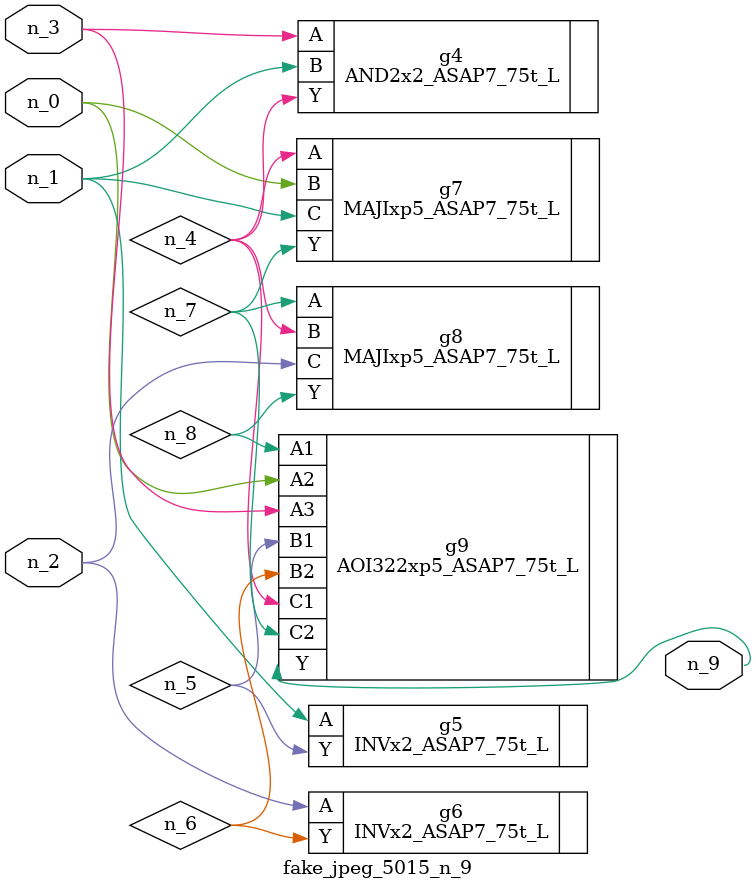
<source format=v>
module fake_jpeg_5015_n_9 (n_0, n_3, n_2, n_1, n_9);

input n_0;
input n_3;
input n_2;
input n_1;

output n_9;

wire n_4;
wire n_8;
wire n_6;
wire n_5;
wire n_7;

AND2x2_ASAP7_75t_L g4 ( 
.A(n_3),
.B(n_1),
.Y(n_4)
);

INVx2_ASAP7_75t_L g5 ( 
.A(n_1),
.Y(n_5)
);

INVx2_ASAP7_75t_L g6 ( 
.A(n_2),
.Y(n_6)
);

MAJIxp5_ASAP7_75t_L g7 ( 
.A(n_4),
.B(n_0),
.C(n_1),
.Y(n_7)
);

MAJIxp5_ASAP7_75t_L g8 ( 
.A(n_7),
.B(n_4),
.C(n_2),
.Y(n_8)
);

AOI322xp5_ASAP7_75t_L g9 ( 
.A1(n_8),
.A2(n_0),
.A3(n_3),
.B1(n_5),
.B2(n_6),
.C1(n_4),
.C2(n_7),
.Y(n_9)
);


endmodule
</source>
